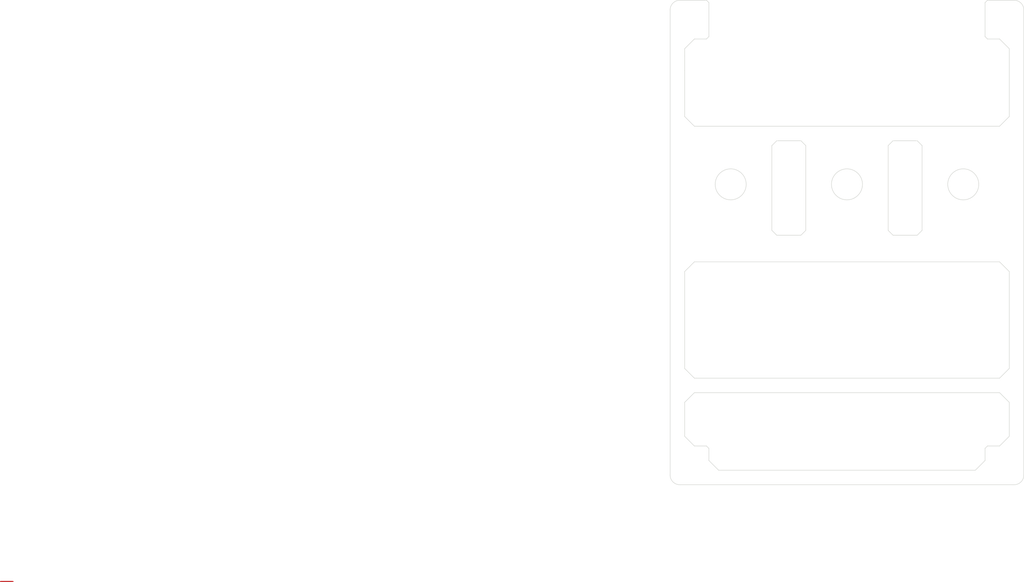
<source format=kicad_pcb>
(kicad_pcb (version 20171130) (host pcbnew "(5.1.2)-2")

  (general
    (thickness 1.6)
    (drawings 117)
    (tracks 1)
    (zones 0)
    (modules 6)
    (nets 2)
  )

  (page A4)
  (layers
    (0 F.Cu signal)
    (31 B.Cu signal)
    (32 B.Adhes user)
    (33 F.Adhes user)
    (34 B.Paste user)
    (35 F.Paste user)
    (36 B.SilkS user)
    (37 F.SilkS user)
    (38 B.Mask user)
    (39 F.Mask user)
    (40 Dwgs.User user hide)
    (41 Cmts.User user)
    (42 Eco1.User user)
    (43 Eco2.User user)
    (44 Edge.Cuts user)
    (45 Margin user)
    (46 B.CrtYd user)
    (47 F.CrtYd user)
    (48 B.Fab user)
    (49 F.Fab user)
  )

  (setup
    (last_trace_width 0.25)
    (user_trace_width 0.3)
    (user_trace_width 0.4)
    (user_trace_width 0.5)
    (user_trace_width 0.75)
    (user_trace_width 1)
    (user_trace_width 2)
    (user_trace_width 3)
    (user_trace_width 0.25)
    (user_trace_width 0.5)
    (user_trace_width 0.75)
    (user_trace_width 1)
    (user_trace_width 1.5)
    (user_trace_width 2)
    (trace_clearance 0.25)
    (zone_clearance 0.508)
    (zone_45_only no)
    (trace_min 0.25)
    (via_size 1)
    (via_drill 0.5)
    (via_min_size 0.4)
    (via_min_drill 0.3)
    (uvia_size 1)
    (uvia_drill 0.5)
    (uvias_allowed no)
    (uvia_min_size 0.2)
    (uvia_min_drill 0.1)
    (edge_width 0.1)
    (segment_width 1)
    (pcb_text_width 0.3)
    (pcb_text_size 1.5 1.5)
    (mod_edge_width 0.15)
    (mod_text_size 1 1)
    (mod_text_width 0.15)
    (pad_size 1.5 1.5)
    (pad_drill 0.6)
    (pad_to_mask_clearance 0.05)
    (solder_mask_min_width 0.1)
    (aux_axis_origin 84 50)
    (grid_origin 84 50)
    (visible_elements 7FFFFFFF)
    (pcbplotparams
      (layerselection 0x010f0_ffffffff)
      (usegerberextensions false)
      (usegerberattributes false)
      (usegerberadvancedattributes false)
      (creategerberjobfile false)
      (excludeedgelayer true)
      (linewidth 0.100000)
      (plotframeref false)
      (viasonmask false)
      (mode 1)
      (useauxorigin true)
      (hpglpennumber 1)
      (hpglpenspeed 20)
      (hpglpendiameter 15.000000)
      (psnegative false)
      (psa4output false)
      (plotreference true)
      (plotvalue true)
      (plotinvisibletext false)
      (padsonsilk false)
      (subtractmaskfromsilk true)
      (outputformat 1)
      (mirror false)
      (drillshape 0)
      (scaleselection 1)
      (outputdirectory "ds1_7-8_frame/"))
  )

  (net 0 "")
  (net 1 GND)

  (net_class Default "これはデフォルトのネット クラスです。"
    (clearance 0.25)
    (trace_width 0.25)
    (via_dia 1)
    (via_drill 0.5)
    (uvia_dia 1)
    (uvia_drill 0.5)
    (diff_pair_width 0.25)
    (diff_pair_gap 0.25)
    (add_net GND)
  )

  (module MountingHole:MountingHole_3.2mm_M3 locked (layer F.Cu) (tedit 56D1B4CB) (tstamp 5EC82F28)
    (at 153 146)
    (descr "Mounting Hole 3.2mm, no annular, M3")
    (tags "mounting hole 3.2mm no annular m3")
    (attr virtual)
    (fp_text reference REF** (at 0 0) (layer F.SilkS) hide
      (effects (font (size 1 1) (thickness 0.15)))
    )
    (fp_text value M (at 0 0) (layer F.Fab) hide
      (effects (font (size 1 1) (thickness 0.15)))
    )
    (fp_circle (center 0 0) (end 3.45 0) (layer F.CrtYd) (width 0.05))
    (fp_circle (center 0 0) (end 3.2 0) (layer Cmts.User) (width 0.15))
    (fp_text user %R (at 0.3 0) (layer F.Fab) hide
      (effects (font (size 1 1) (thickness 0.15)))
    )
    (pad 1 np_thru_hole circle (at 0 0) (size 3.2 3.2) (drill 3.2) (layers *.Cu *.Mask)
      (net 1 GND))
  )

  (module MountingHole:MountingHole_3.2mm_M3 locked (layer F.Cu) (tedit 56D1B4CB) (tstamp 5EC82F1A)
    (at 88 146)
    (descr "Mounting Hole 3.2mm, no annular, M3")
    (tags "mounting hole 3.2mm no annular m3")
    (attr virtual)
    (fp_text reference REF** (at 0 0) (layer F.SilkS) hide
      (effects (font (size 1 1) (thickness 0.15)))
    )
    (fp_text value M (at 0 0) (layer F.Fab) hide
      (effects (font (size 1 1) (thickness 0.15)))
    )
    (fp_circle (center 0 0) (end 3.45 0) (layer F.CrtYd) (width 0.05))
    (fp_circle (center 0 0) (end 3.2 0) (layer Cmts.User) (width 0.15))
    (fp_text user %R (at 0.3 0) (layer F.Fab) hide
      (effects (font (size 1 1) (thickness 0.15)))
    )
    (pad 1 np_thru_hole circle (at 0 0) (size 3.2 3.2) (drill 3.2) (layers *.Cu *.Mask)
      (net 1 GND))
  )

  (module MountingHole:MountingHole_3.2mm_M3 locked (layer F.Cu) (tedit 56D1B4CB) (tstamp 5EC82F0C)
    (at 153 100)
    (descr "Mounting Hole 3.2mm, no annular, M3")
    (tags "mounting hole 3.2mm no annular m3")
    (attr virtual)
    (fp_text reference REF** (at 0 0) (layer F.SilkS) hide
      (effects (font (size 1 1) (thickness 0.15)))
    )
    (fp_text value M (at 0 0) (layer F.Fab) hide
      (effects (font (size 1 1) (thickness 0.15)))
    )
    (fp_circle (center 0 0) (end 3.45 0) (layer F.CrtYd) (width 0.05))
    (fp_circle (center 0 0) (end 3.2 0) (layer Cmts.User) (width 0.15))
    (fp_text user %R (at 0.3 0) (layer F.Fab) hide
      (effects (font (size 1 1) (thickness 0.15)))
    )
    (pad 1 np_thru_hole circle (at 0 0) (size 3.2 3.2) (drill 3.2) (layers *.Cu *.Mask)
      (net 1 GND))
  )

  (module MountingHole:MountingHole_3.2mm_M3 locked (layer F.Cu) (tedit 56D1B4CB) (tstamp 5EC82EFE)
    (at 88 100)
    (descr "Mounting Hole 3.2mm, no annular, M3")
    (tags "mounting hole 3.2mm no annular m3")
    (attr virtual)
    (fp_text reference REF** (at 0 0) (layer F.SilkS) hide
      (effects (font (size 1 1) (thickness 0.15)))
    )
    (fp_text value M (at 0 0) (layer F.Fab) hide
      (effects (font (size 1 1) (thickness 0.15)))
    )
    (fp_circle (center 0 0) (end 3.45 0) (layer F.CrtYd) (width 0.05))
    (fp_circle (center 0 0) (end 3.2 0) (layer Cmts.User) (width 0.15))
    (fp_text user %R (at 0.3 0) (layer F.Fab) hide
      (effects (font (size 1 1) (thickness 0.15)))
    )
    (pad 1 np_thru_hole circle (at 0 0) (size 3.2 3.2) (drill 3.2) (layers *.Cu *.Mask)
      (net 1 GND))
  )

  (module MountingHole:MountingHole_3.2mm_M3 locked (layer F.Cu) (tedit 56D1B4CB) (tstamp 5EC78F09)
    (at 153 54)
    (descr "Mounting Hole 3.2mm, no annular, M3")
    (tags "mounting hole 3.2mm no annular m3")
    (attr virtual)
    (fp_text reference REF** (at 0 0) (layer F.SilkS) hide
      (effects (font (size 1 1) (thickness 0.15)))
    )
    (fp_text value M (at 0 0) (layer F.Fab) hide
      (effects (font (size 1 1) (thickness 0.15)))
    )
    (fp_circle (center 0 0) (end 3.45 0) (layer F.CrtYd) (width 0.05))
    (fp_circle (center 0 0) (end 3.2 0) (layer Cmts.User) (width 0.15))
    (fp_text user %R (at 0.3 0) (layer F.Fab) hide
      (effects (font (size 1 1) (thickness 0.15)))
    )
    (pad 1 np_thru_hole circle (at 0 0) (size 3.2 3.2) (drill 3.2) (layers *.Cu *.Mask)
      (net 1 GND))
  )

  (module MountingHole:MountingHole_3.2mm_M3 locked (layer F.Cu) (tedit 56D1B4CB) (tstamp 5EC6DF2C)
    (at 88 54)
    (descr "Mounting Hole 3.2mm, no annular, M3")
    (tags "mounting hole 3.2mm no annular m3")
    (attr virtual)
    (fp_text reference REF** (at 0 0) (layer F.SilkS) hide
      (effects (font (size 1 1) (thickness 0.15)))
    )
    (fp_text value M (at 0 0) (layer F.Fab) hide
      (effects (font (size 1 1) (thickness 0.15)))
    )
    (fp_circle (center 0 0) (end 3.45 0) (layer F.CrtYd) (width 0.05))
    (fp_circle (center 0 0) (end 3.2 0) (layer Cmts.User) (width 0.15))
    (fp_text user %R (at 0.3 0) (layer F.Fab) hide
      (effects (font (size 1 1) (thickness 0.15)))
    )
    (pad 1 np_thru_hole circle (at 0 0) (size 3.2 3.2) (drill 3.2) (layers *.Cu *.Mask)
      (net 1 GND))
  )

  (gr_line (start 87 60) (end 87 61.5) (layer Edge.Cuts) (width 0.1) (tstamp 5ECE5F05))
  (gr_line (start 87 61.5) (end 87 64.5) (layer Edge.Cuts) (width 0.1))
  (gr_line (start 151.995 104) (end 88.995 104) (layer Edge.Cuts) (width 0.1) (tstamp 5ECC8D0C))
  (gr_line (start 89 128) (end 152 128) (layer Edge.Cuts) (width 0.1) (tstamp 5ECC8D00))
  (gr_line (start 88.995 104) (end 87 106) (layer Edge.Cuts) (width 0.1))
  (gr_line (start 130 98.5) (end 129 97.5) (layer Edge.Cuts) (width 0.1) (tstamp 5ECC7AC2))
  (gr_line (start 135 98.5) (end 130 98.5) (layer Edge.Cuts) (width 0.1) (tstamp 5ECC7AC1))
  (gr_line (start 136 97.5) (end 135 98.5) (layer Edge.Cuts) (width 0.1) (tstamp 5ECC7AC0))
  (gr_line (start 136 80) (end 136 97.5) (layer Edge.Cuts) (width 0.1) (tstamp 5ECC7ABF))
  (gr_line (start 135 79) (end 136 80) (layer Edge.Cuts) (width 0.1) (tstamp 5ECC7ABE))
  (gr_line (start 129 97.5) (end 129 80) (layer Edge.Cuts) (width 0.1) (tstamp 5ECC7ABD))
  (gr_line (start 130 79) (end 135 79) (layer Edge.Cuts) (width 0.1) (tstamp 5ECC7ABC))
  (gr_line (start 129 80) (end 130 79) (layer Edge.Cuts) (width 0.1) (tstamp 5ECC7ABB))
  (gr_line (start 106 98.5) (end 105 97.5) (layer Edge.Cuts) (width 0.1))
  (gr_line (start 111 98.5) (end 106 98.5) (layer Edge.Cuts) (width 0.1))
  (gr_line (start 112 97.5) (end 111 98.5) (layer Edge.Cuts) (width 0.1))
  (gr_line (start 112 80) (end 112 97.5) (layer Edge.Cuts) (width 0.1))
  (gr_line (start 111 79) (end 112 80) (layer Edge.Cuts) (width 0.1))
  (gr_line (start 106 79) (end 111 79) (layer Edge.Cuts) (width 0.1))
  (gr_line (start 105 80) (end 106 79) (layer Edge.Cuts) (width 0.1))
  (gr_line (start 105 97.5) (end 105 80) (layer Edge.Cuts) (width 0.1))
  (gr_circle (center 144.5 88) (end 141.3 88.1) (layer Edge.Cuts) (width 0.1))
  (gr_circle (center 120.5 88) (end 117.3 88) (layer Edge.Cuts) (width 0.1))
  (gr_circle (center 96.5 88) (end 93.3 88) (layer Edge.Cuts) (width 0.1))
  (gr_line (start 87 79) (end 87 96) (layer Dwgs.User) (width 0.15))
  (gr_circle (center 144.5 88) (end 147.5 88) (layer Dwgs.User) (width 0.15))
  (gr_circle (center 120.5 88) (end 123.5 88) (layer Dwgs.User) (width 0.15))
  (gr_circle (center 96.5 88) (end 99.5 88) (layer Dwgs.User) (width 0.15))
  (gr_line (start 137 100) (end 120.5 100) (layer Dwgs.User) (width 0.15) (tstamp 5ECC684A))
  (gr_line (start 137 84) (end 137 100) (layer Dwgs.User) (width 0.15))
  (gr_line (start 104 84) (end 137 84) (layer Dwgs.User) (width 0.15))
  (gr_line (start 104 100) (end 104 84) (layer Dwgs.User) (width 0.15))
  (gr_line (start 120.5 100) (end 104 100) (layer Dwgs.User) (width 0.15))
  (gr_line (start 152 131) (end 89 131) (layer Edge.Cuts) (width 0.1) (tstamp 5ECC63F3))
  (gr_line (start 154 133) (end 152 131) (layer Edge.Cuts) (width 0.1))
  (gr_line (start 154 140) (end 154 133) (layer Edge.Cuts) (width 0.1))
  (gr_line (start 152 142) (end 154 140) (layer Edge.Cuts) (width 0.1))
  (gr_line (start 149.5 142) (end 152 142) (layer Edge.Cuts) (width 0.1))
  (gr_line (start 149 142.5) (end 149.5 142) (layer Edge.Cuts) (width 0.1))
  (gr_line (start 149 145) (end 149 142.5) (layer Edge.Cuts) (width 0.1))
  (gr_line (start 147 147) (end 149 145) (layer Edge.Cuts) (width 0.1))
  (gr_line (start 94 147) (end 147 147) (layer Edge.Cuts) (width 0.1))
  (gr_line (start 92 145) (end 94 147) (layer Edge.Cuts) (width 0.1))
  (gr_line (start 92 142.5) (end 92 145) (layer Edge.Cuts) (width 0.1))
  (gr_line (start 91.5 142) (end 92 142.5) (layer Edge.Cuts) (width 0.1))
  (gr_line (start 89 142) (end 91.5 142) (layer Edge.Cuts) (width 0.1))
  (gr_line (start 87 140) (end 89 142) (layer Edge.Cuts) (width 0.1))
  (gr_line (start 87 133) (end 87 140) (layer Edge.Cuts) (width 0.1))
  (gr_line (start 89 131) (end 87 133) (layer Edge.Cuts) (width 0.1))
  (gr_line (start 154 106) (end 152 104) (layer Edge.Cuts) (width 0.1))
  (gr_line (start 154 126) (end 154 106) (layer Edge.Cuts) (width 0.1))
  (gr_line (start 152 128) (end 154 126) (layer Edge.Cuts) (width 0.1))
  (gr_line (start 87 126) (end 89 128) (layer Edge.Cuts) (width 0.1))
  (gr_line (start 87 106) (end 87 126) (layer Edge.Cuts) (width 0.1))
  (gr_line (start 149.5 50) (end 155 50) (layer Edge.Cuts) (width 0.1) (tstamp 5ECC63E9))
  (gr_line (start 149 50.5) (end 149.5 50) (layer Edge.Cuts) (width 0.1))
  (gr_line (start 149 57.5) (end 149 50.5) (layer Edge.Cuts) (width 0.1))
  (gr_line (start 149.5 58) (end 149 57.5) (layer Edge.Cuts) (width 0.1))
  (gr_line (start 152 58) (end 149.5 58) (layer Edge.Cuts) (width 0.1))
  (gr_line (start 154 60) (end 152 58) (layer Edge.Cuts) (width 0.1))
  (gr_line (start 154 74) (end 154 60) (layer Edge.Cuts) (width 0.1))
  (gr_line (start 152 76) (end 154 74) (layer Edge.Cuts) (width 0.1))
  (gr_line (start 89 76) (end 152 76) (layer Edge.Cuts) (width 0.1))
  (gr_line (start 87 74) (end 89 76) (layer Edge.Cuts) (width 0.1))
  (gr_line (start 87 64.5) (end 87 74) (layer Edge.Cuts) (width 0.1))
  (gr_line (start 89 58) (end 87 60) (layer Edge.Cuts) (width 0.1))
  (gr_line (start 91.5 58) (end 89 58) (layer Edge.Cuts) (width 0.1))
  (gr_line (start 92 57.5) (end 91.5 58) (layer Edge.Cuts) (width 0.1))
  (gr_line (start 92 50.5) (end 92 57.5) (layer Edge.Cuts) (width 0.1))
  (gr_line (start 91.5 50) (end 92 50.5) (layer Edge.Cuts) (width 0.1))
  (gr_line (start 86 50) (end 91.5 50) (layer Edge.Cuts) (width 0.1))
  (gr_circle (center 144.5 88) (end 136.5 88) (layer Dwgs.User) (width 0.15))
  (gr_circle (center 120.5 88) (end 112.5 88) (layer Dwgs.User) (width 0.15))
  (gr_circle (center 96.5 88) (end 88.5 88) (layer Dwgs.User) (width 0.15))
  (dimension 11.5 (width 0.15) (layer Dwgs.User)
    (gr_text "11.500 mm" (at 126.25 156.3) (layer Dwgs.User)
      (effects (font (size 1 1) (thickness 0.15)))
    )
    (feature1 (pts (xy 132 139) (xy 132 155.586421)))
    (feature2 (pts (xy 120.5 139) (xy 120.5 155.586421)))
    (crossbar (pts (xy 120.5 155) (xy 132 155)))
    (arrow1a (pts (xy 132 155) (xy 130.873496 155.586421)))
    (arrow1b (pts (xy 132 155) (xy 130.873496 154.413579)))
    (arrow2a (pts (xy 120.5 155) (xy 121.626504 155.586421)))
    (arrow2b (pts (xy 120.5 155) (xy 121.626504 154.413579)))
  )
  (dimension 11.5 (width 0.15) (layer Dwgs.User)
    (gr_text "11.500 mm" (at 114.75 156.3) (layer Dwgs.User)
      (effects (font (size 1 1) (thickness 0.15)))
    )
    (feature1 (pts (xy 109 139) (xy 109 155.586421)))
    (feature2 (pts (xy 120.5 139) (xy 120.5 155.586421)))
    (crossbar (pts (xy 120.5 155) (xy 109 155)))
    (arrow1a (pts (xy 109 155) (xy 110.126504 154.413579)))
    (arrow1b (pts (xy 109 155) (xy 110.126504 155.586421)))
    (arrow2a (pts (xy 120.5 155) (xy 119.373496 154.413579)))
    (arrow2b (pts (xy 120.5 155) (xy 119.373496 155.586421)))
  )
  (dimension 73 (width 0.15) (layer Dwgs.User)
    (gr_text "73.000 mm" (at 120.5 38.7) (layer Dwgs.User)
      (effects (font (size 1 1) (thickness 0.15)))
    )
    (feature1 (pts (xy 157 150) (xy 157 39.413579)))
    (feature2 (pts (xy 84 150) (xy 84 39.413579)))
    (crossbar (pts (xy 84 40) (xy 157 40)))
    (arrow1a (pts (xy 157 40) (xy 155.873496 40.586421)))
    (arrow1b (pts (xy 157 40) (xy 155.873496 39.413579)))
    (arrow2a (pts (xy 84 40) (xy 85.126504 40.586421)))
    (arrow2b (pts (xy 84 40) (xy 85.126504 39.413579)))
  )
  (dimension 18 (width 0.15) (layer Dwgs.User)
    (gr_text "18.000 mm" (at 111.5 153.8) (layer Dwgs.User)
      (effects (font (size 1 1) (thickness 0.15)))
    )
    (feature1 (pts (xy 102.5 139) (xy 102.5 153.086421)))
    (feature2 (pts (xy 120.5 139) (xy 120.5 153.086421)))
    (crossbar (pts (xy 120.5 152.5) (xy 102.5 152.5)))
    (arrow1a (pts (xy 102.5 152.5) (xy 103.626504 151.913579)))
    (arrow1b (pts (xy 102.5 152.5) (xy 103.626504 153.086421)))
    (arrow2a (pts (xy 120.5 152.5) (xy 119.373496 151.913579)))
    (arrow2b (pts (xy 120.5 152.5) (xy 119.373496 153.086421)))
  )
  (gr_line (start 87 142) (end 87 131) (layer Dwgs.User) (width 0.15) (tstamp 5EC77A6E))
  (dimension 24 (width 0.15) (layer Dwgs.User)
    (gr_text "24.000 mm" (at 132.5 77.7) (layer Dwgs.User)
      (effects (font (size 1 1) (thickness 0.15)))
    )
    (feature1 (pts (xy 144.5 88) (xy 144.5 78.413579)))
    (feature2 (pts (xy 120.5 88) (xy 120.5 78.413579)))
    (crossbar (pts (xy 120.5 79) (xy 144.5 79)))
    (arrow1a (pts (xy 144.5 79) (xy 143.373496 79.586421)))
    (arrow1b (pts (xy 144.5 79) (xy 143.373496 78.413579)))
    (arrow2a (pts (xy 120.5 79) (xy 121.626504 79.586421)))
    (arrow2b (pts (xy 120.5 79) (xy 121.626504 78.413579)))
  )
  (dimension 24 (width 0.15) (layer Dwgs.User)
    (gr_text "24.000 mm" (at 108.5 77.7) (layer Dwgs.User)
      (effects (font (size 1 1) (thickness 0.15)))
    )
    (feature1 (pts (xy 96.5 88) (xy 96.5 78.413579)))
    (feature2 (pts (xy 120.5 88) (xy 120.5 78.413579)))
    (crossbar (pts (xy 120.5 79) (xy 96.5 79)))
    (arrow1a (pts (xy 96.5 79) (xy 97.626504 78.413579)))
    (arrow1b (pts (xy 96.5 79) (xy 97.626504 79.586421)))
    (arrow2a (pts (xy 120.5 79) (xy 119.373496 78.413579)))
    (arrow2b (pts (xy 120.5 79) (xy 119.373496 79.586421)))
  )
  (gr_line (start 92 142) (end 92 147) (layer Dwgs.User) (width 0.15))
  (gr_line (start 87 142) (end 92 142) (layer Dwgs.User) (width 0.15))
  (gr_line (start 149 142) (end 154 142) (layer Dwgs.User) (width 0.15))
  (gr_line (start 149 147) (end 149 142) (layer Dwgs.User) (width 0.15))
  (gr_line (start 149 104) (end 154 104) (layer Dwgs.User) (width 0.15))
  (gr_line (start 149 96) (end 149 104) (layer Dwgs.User) (width 0.15))
  (gr_line (start 154 96) (end 149 96) (layer Dwgs.User) (width 0.15))
  (gr_line (start 92 104) (end 87 104) (layer Dwgs.User) (width 0.15))
  (gr_line (start 92 96) (end 92 104) (layer Dwgs.User) (width 0.15))
  (gr_line (start 87 96) (end 92 96) (layer Dwgs.User) (width 0.15))
  (gr_arc (start 155 148) (end 155 150) (angle -90) (layer Edge.Cuts) (width 0.1))
  (gr_arc (start 155 52) (end 157 52) (angle -90) (layer Edge.Cuts) (width 0.1))
  (gr_line (start 157 148) (end 157 52) (layer Edge.Cuts) (width 0.1))
  (gr_line (start 86 150) (end 155 150) (layer Edge.Cuts) (width 0.1))
  (gr_line (start 154 142) (end 154 131) (layer Dwgs.User) (width 0.15) (tstamp 5EC765D5))
  (dimension 36.5 (width 0.15) (layer Dwgs.User)
    (gr_text "36.500 mm" (at 102.25 33.7) (layer Dwgs.User)
      (effects (font (size 1 1) (thickness 0.15)))
    )
    (feature1 (pts (xy 120.5 150) (xy 120.5 34.413579)))
    (feature2 (pts (xy 84 150) (xy 84 34.413579)))
    (crossbar (pts (xy 84 35) (xy 120.5 35)))
    (arrow1a (pts (xy 120.5 35) (xy 119.373496 35.586421)))
    (arrow1b (pts (xy 120.5 35) (xy 119.373496 34.413579)))
    (arrow2a (pts (xy 84 35) (xy 85.126504 35.586421)))
    (arrow2b (pts (xy 84 35) (xy 85.126504 34.413579)))
  )
  (gr_line (start 154 131) (end 119 131) (layer Dwgs.User) (width 0.15) (tstamp 5EC75C1F))
  (gr_line (start 87 128) (end 154 128) (layer Dwgs.User) (width 0.15))
  (gr_line (start 119 131) (end 87 131) (layer Dwgs.User) (width 0.15))
  (gr_line (start 154 96) (end 154 79) (layer Dwgs.User) (width 0.15) (tstamp 5EC75B5A))
  (gr_line (start 154 128) (end 154 104) (layer Dwgs.User) (width 0.15))
  (gr_line (start 92 147) (end 149 147) (layer Dwgs.User) (width 0.15))
  (gr_line (start 87 104) (end 87 128) (layer Dwgs.User) (width 0.15))
  (gr_line (start 87 79) (end 154 79) (layer Dwgs.User) (width 0.15))
  (dimension 50 (width 0.15) (layer Dwgs.User)
    (gr_text "50.000 mm" (at 67.7 75 270) (layer Dwgs.User)
      (effects (font (size 1 1) (thickness 0.15)))
    )
    (feature1 (pts (xy 84 100) (xy 68.413579 100)))
    (feature2 (pts (xy 84 50) (xy 68.413579 50)))
    (crossbar (pts (xy 69 50) (xy 69 100)))
    (arrow1a (pts (xy 69 100) (xy 68.413579 98.873496)))
    (arrow1b (pts (xy 69 100) (xy 69.586421 98.873496)))
    (arrow2a (pts (xy 69 50) (xy 68.413579 51.126504)))
    (arrow2b (pts (xy 69 50) (xy 69.586421 51.126504)))
  )
  (gr_line (start 149 58) (end 149 50) (layer Dwgs.User) (width 0.15))
  (gr_line (start 154 58) (end 149 58) (layer Dwgs.User) (width 0.15))
  (gr_line (start 154 76) (end 154 58) (layer Dwgs.User) (width 0.15))
  (gr_line (start 87 76) (end 154 76) (layer Dwgs.User) (width 0.15))
  (gr_line (start 87 58) (end 87 76) (layer Dwgs.User) (width 0.15))
  (gr_line (start 92 58) (end 87 58) (layer Dwgs.User) (width 0.15))
  (gr_line (start 92 50) (end 92 58) (layer Dwgs.User) (width 0.15))
  (dimension 62 (width 0.15) (layer Dwgs.User)
    (gr_text "62.000 mm" (at 72.2 119 90) (layer Dwgs.User)
      (effects (font (size 1 1) (thickness 0.15)))
    )
    (feature1 (pts (xy 156.5 88) (xy 72.913579 88)))
    (feature2 (pts (xy 156.5 150) (xy 72.913579 150)))
    (crossbar (pts (xy 73.5 150) (xy 73.5 88)))
    (arrow1a (pts (xy 73.5 88) (xy 74.086421 89.126504)))
    (arrow1b (pts (xy 73.5 88) (xy 72.913579 89.126504)))
    (arrow2a (pts (xy 73.5 150) (xy 74.086421 148.873496)))
    (arrow2b (pts (xy 73.5 150) (xy 72.913579 148.873496)))
  )
  (gr_arc (start 86 148) (end 84 148) (angle -90) (layer Edge.Cuts) (width 0.1))
  (gr_line (start 84 52) (end 84 148) (layer Edge.Cuts) (width 0.1))
  (gr_arc (start 86 52) (end 86 50) (angle -90) (layer Edge.Cuts) (width 0.1))

  (segment (start -54.19 169.976) (end -51.65 169.976) (width 0.25) (layer F.Cu) (net 0))

)

</source>
